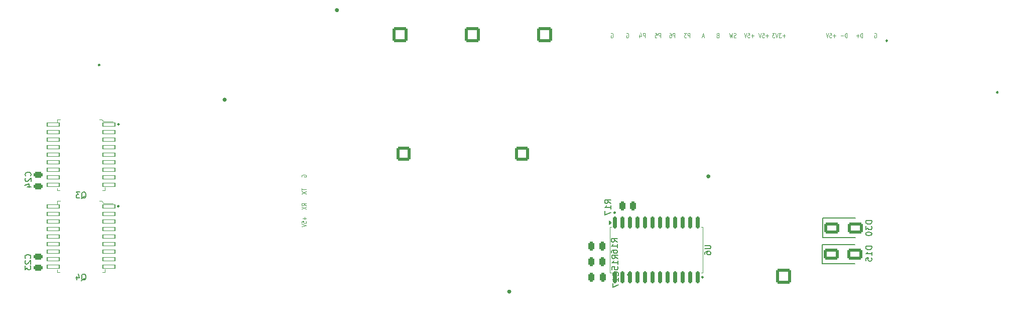
<source format=gbr>
%TF.GenerationSoftware,KiCad,Pcbnew,9.0.5*%
%TF.CreationDate,2025-10-18T22:02:24+01:00*%
%TF.ProjectId,Smart Home Energy Management System,536d6172-7420-4486-9f6d-6520456e6572,rev?*%
%TF.SameCoordinates,Original*%
%TF.FileFunction,Legend,Bot*%
%TF.FilePolarity,Positive*%
%FSLAX46Y46*%
G04 Gerber Fmt 4.6, Leading zero omitted, Abs format (unit mm)*
G04 Created by KiCad (PCBNEW 9.0.5) date 2025-10-18 22:02:24*
%MOMM*%
%LPD*%
G01*
G04 APERTURE LIST*
G04 Aperture macros list*
%AMRoundRect*
0 Rectangle with rounded corners*
0 $1 Rounding radius*
0 $2 $3 $4 $5 $6 $7 $8 $9 X,Y pos of 4 corners*
0 Add a 4 corners polygon primitive as box body*
4,1,4,$2,$3,$4,$5,$6,$7,$8,$9,$2,$3,0*
0 Add four circle primitives for the rounded corners*
1,1,$1+$1,$2,$3*
1,1,$1+$1,$4,$5*
1,1,$1+$1,$6,$7*
1,1,$1+$1,$8,$9*
0 Add four rect primitives between the rounded corners*
20,1,$1+$1,$2,$3,$4,$5,0*
20,1,$1+$1,$4,$5,$6,$7,0*
20,1,$1+$1,$6,$7,$8,$9,0*
20,1,$1+$1,$8,$9,$2,$3,0*%
G04 Aperture macros list end*
%ADD10C,0.364035*%
%ADD11C,0.125000*%
%ADD12C,0.150000*%
%ADD13C,0.224018*%
%ADD14C,0.100000*%
%ADD15C,0.120000*%
%ADD16C,3.000000*%
%ADD17RoundRect,0.500000X0.500000X-0.500000X0.500000X0.500000X-0.500000X0.500000X-0.500000X-0.500000X0*%
%ADD18C,2.000000*%
%ADD19C,0.500000*%
%ADD20R,1.800000X1.800000*%
%ADD21C,1.800000*%
%ADD22R,1.700000X1.700000*%
%ADD23C,1.700000*%
%ADD24C,6.400000*%
%ADD25C,2.400000*%
%ADD26C,10.000000*%
%ADD27C,1.600000*%
%ADD28RoundRect,0.250000X1.050000X1.050000X-1.050000X1.050000X-1.050000X-1.050000X1.050000X-1.050000X0*%
%ADD29C,2.600000*%
%ADD30R,3.200000X3.200000*%
%ADD31C,3.200000*%
%ADD32RoundRect,0.250001X-0.949999X-0.949999X0.949999X-0.949999X0.949999X0.949999X-0.949999X0.949999X0*%
%ADD33RoundRect,0.250001X1.149999X-1.149999X1.149999X1.149999X-1.149999X1.149999X-1.149999X-1.149999X0*%
%ADD34C,2.800000*%
%ADD35C,8.000000*%
%ADD36C,1.440000*%
%ADD37C,4.000000*%
%ADD38RoundRect,0.250000X1.000000X-1.000000X1.000000X1.000000X-1.000000X1.000000X-1.000000X-1.000000X0*%
%ADD39C,0.600000*%
%ADD40RoundRect,0.269000X0.269000X0.494000X-0.269000X0.494000X-0.269000X-0.494000X0.269000X-0.494000X0*%
%ADD41RoundRect,0.269000X0.494000X-0.269000X0.494000X0.269000X-0.494000X0.269000X-0.494000X-0.269000X0*%
%ADD42RoundRect,0.267317X0.280683X0.470683X-0.280683X0.470683X-0.280683X-0.470683X0.280683X-0.470683X0*%
%ADD43RoundRect,0.260556X-1.027444X-0.677444X1.027444X-0.677444X1.027444X0.677444X-1.027444X0.677444X0*%
%ADD44RoundRect,0.070000X-1.000000X0.300000X-1.000000X-0.300000X1.000000X-0.300000X1.000000X0.300000X0*%
%ADD45RoundRect,0.267317X-0.280683X-0.470683X0.280683X-0.470683X0.280683X0.470683X-0.280683X0.470683X0*%
%ADD46RoundRect,0.150000X-0.150000X0.875000X-0.150000X-0.875000X0.150000X-0.875000X0.150000X0.875000X0*%
G04 APERTURE END LIST*
D10*
X198882017Y-53800000D02*
G75*
G02*
X198517983Y-53800000I-182017J0D01*
G01*
X198517983Y-53800000D02*
G75*
G02*
X198882017Y-53800000I182017J0D01*
G01*
X117302017Y-40875000D02*
G75*
G02*
X116937983Y-40875000I-182017J0D01*
G01*
X116937983Y-40875000D02*
G75*
G02*
X117302017Y-40875000I182017J0D01*
G01*
X188682017Y-78000000D02*
G75*
G02*
X188317983Y-78000000I-182017J0D01*
G01*
X188317983Y-78000000D02*
G75*
G02*
X188682017Y-78000000I182017J0D01*
G01*
X165296052Y-73225000D02*
G75*
G02*
X164932018Y-73225000I-182017J0D01*
G01*
X164932018Y-73225000D02*
G75*
G02*
X165296052Y-73225000I182017J0D01*
G01*
X136232017Y-25775000D02*
G75*
G02*
X135867983Y-25775000I-182017J0D01*
G01*
X135867983Y-25775000D02*
G75*
G02*
X136232017Y-25775000I182017J0D01*
G01*
D11*
X187984906Y-30420595D02*
X187984906Y-29620595D01*
X187984906Y-29620595D02*
X187756335Y-29620595D01*
X187756335Y-29620595D02*
X187699192Y-29658690D01*
X187699192Y-29658690D02*
X187670621Y-29696785D01*
X187670621Y-29696785D02*
X187642049Y-29772976D01*
X187642049Y-29772976D02*
X187642049Y-29887261D01*
X187642049Y-29887261D02*
X187670621Y-29963452D01*
X187670621Y-29963452D02*
X187699192Y-30001547D01*
X187699192Y-30001547D02*
X187756335Y-30039642D01*
X187756335Y-30039642D02*
X187984906Y-30039642D01*
X187127764Y-29887261D02*
X187127764Y-30420595D01*
X187270621Y-29582500D02*
X187413478Y-30153928D01*
X187413478Y-30153928D02*
X187042049Y-30153928D01*
X182280621Y-29658690D02*
X182337764Y-29620595D01*
X182337764Y-29620595D02*
X182423478Y-29620595D01*
X182423478Y-29620595D02*
X182509192Y-29658690D01*
X182509192Y-29658690D02*
X182566335Y-29734880D01*
X182566335Y-29734880D02*
X182594906Y-29811071D01*
X182594906Y-29811071D02*
X182623478Y-29963452D01*
X182623478Y-29963452D02*
X182623478Y-30077738D01*
X182623478Y-30077738D02*
X182594906Y-30230119D01*
X182594906Y-30230119D02*
X182566335Y-30306309D01*
X182566335Y-30306309D02*
X182509192Y-30382500D01*
X182509192Y-30382500D02*
X182423478Y-30420595D01*
X182423478Y-30420595D02*
X182366335Y-30420595D01*
X182366335Y-30420595D02*
X182280621Y-30382500D01*
X182280621Y-30382500D02*
X182252049Y-30344404D01*
X182252049Y-30344404D02*
X182252049Y-30077738D01*
X182252049Y-30077738D02*
X182366335Y-30077738D01*
X193054906Y-30420595D02*
X193054906Y-29620595D01*
X193054906Y-29620595D02*
X192826335Y-29620595D01*
X192826335Y-29620595D02*
X192769192Y-29658690D01*
X192769192Y-29658690D02*
X192740621Y-29696785D01*
X192740621Y-29696785D02*
X192712049Y-29772976D01*
X192712049Y-29772976D02*
X192712049Y-29887261D01*
X192712049Y-29887261D02*
X192740621Y-29963452D01*
X192740621Y-29963452D02*
X192769192Y-30001547D01*
X192769192Y-30001547D02*
X192826335Y-30039642D01*
X192826335Y-30039642D02*
X193054906Y-30039642D01*
X192197764Y-29620595D02*
X192312049Y-29620595D01*
X192312049Y-29620595D02*
X192369192Y-29658690D01*
X192369192Y-29658690D02*
X192397764Y-29696785D01*
X192397764Y-29696785D02*
X192454906Y-29811071D01*
X192454906Y-29811071D02*
X192483478Y-29963452D01*
X192483478Y-29963452D02*
X192483478Y-30268214D01*
X192483478Y-30268214D02*
X192454906Y-30344404D01*
X192454906Y-30344404D02*
X192426335Y-30382500D01*
X192426335Y-30382500D02*
X192369192Y-30420595D01*
X192369192Y-30420595D02*
X192254906Y-30420595D01*
X192254906Y-30420595D02*
X192197764Y-30382500D01*
X192197764Y-30382500D02*
X192169192Y-30344404D01*
X192169192Y-30344404D02*
X192140621Y-30268214D01*
X192140621Y-30268214D02*
X192140621Y-30077738D01*
X192140621Y-30077738D02*
X192169192Y-30001547D01*
X192169192Y-30001547D02*
X192197764Y-29963452D01*
X192197764Y-29963452D02*
X192254906Y-29925357D01*
X192254906Y-29925357D02*
X192369192Y-29925357D01*
X192369192Y-29925357D02*
X192426335Y-29963452D01*
X192426335Y-29963452D02*
X192454906Y-30001547D01*
X192454906Y-30001547D02*
X192483478Y-30077738D01*
X130590833Y-60625093D02*
X130590833Y-61082236D01*
X130895595Y-60853664D02*
X130286071Y-60853664D01*
X130095595Y-61653664D02*
X130095595Y-61367950D01*
X130095595Y-61367950D02*
X130476547Y-61339378D01*
X130476547Y-61339378D02*
X130438452Y-61367950D01*
X130438452Y-61367950D02*
X130400357Y-61425093D01*
X130400357Y-61425093D02*
X130400357Y-61567950D01*
X130400357Y-61567950D02*
X130438452Y-61625093D01*
X130438452Y-61625093D02*
X130476547Y-61653664D01*
X130476547Y-61653664D02*
X130552738Y-61682235D01*
X130552738Y-61682235D02*
X130743214Y-61682235D01*
X130743214Y-61682235D02*
X130819404Y-61653664D01*
X130819404Y-61653664D02*
X130857500Y-61625093D01*
X130857500Y-61625093D02*
X130895595Y-61567950D01*
X130895595Y-61567950D02*
X130895595Y-61425093D01*
X130895595Y-61425093D02*
X130857500Y-61367950D01*
X130857500Y-61367950D02*
X130819404Y-61339378D01*
X130095595Y-61853664D02*
X130895595Y-62053664D01*
X130895595Y-62053664D02*
X130095595Y-62253664D01*
X208824906Y-30115833D02*
X208367764Y-30115833D01*
X208596335Y-30420595D02*
X208596335Y-29811071D01*
X207796335Y-29620595D02*
X208082049Y-29620595D01*
X208082049Y-29620595D02*
X208110621Y-30001547D01*
X208110621Y-30001547D02*
X208082049Y-29963452D01*
X208082049Y-29963452D02*
X208024907Y-29925357D01*
X208024907Y-29925357D02*
X207882049Y-29925357D01*
X207882049Y-29925357D02*
X207824907Y-29963452D01*
X207824907Y-29963452D02*
X207796335Y-30001547D01*
X207796335Y-30001547D02*
X207767764Y-30077738D01*
X207767764Y-30077738D02*
X207767764Y-30268214D01*
X207767764Y-30268214D02*
X207796335Y-30344404D01*
X207796335Y-30344404D02*
X207824907Y-30382500D01*
X207824907Y-30382500D02*
X207882049Y-30420595D01*
X207882049Y-30420595D02*
X208024907Y-30420595D01*
X208024907Y-30420595D02*
X208082049Y-30382500D01*
X208082049Y-30382500D02*
X208110621Y-30344404D01*
X207596335Y-29620595D02*
X207396335Y-30420595D01*
X207396335Y-30420595D02*
X207196335Y-29620595D01*
X226740621Y-29658690D02*
X226797764Y-29620595D01*
X226797764Y-29620595D02*
X226883478Y-29620595D01*
X226883478Y-29620595D02*
X226969192Y-29658690D01*
X226969192Y-29658690D02*
X227026335Y-29734880D01*
X227026335Y-29734880D02*
X227054906Y-29811071D01*
X227054906Y-29811071D02*
X227083478Y-29963452D01*
X227083478Y-29963452D02*
X227083478Y-30077738D01*
X227083478Y-30077738D02*
X227054906Y-30230119D01*
X227054906Y-30230119D02*
X227026335Y-30306309D01*
X227026335Y-30306309D02*
X226969192Y-30382500D01*
X226969192Y-30382500D02*
X226883478Y-30420595D01*
X226883478Y-30420595D02*
X226826335Y-30420595D01*
X226826335Y-30420595D02*
X226740621Y-30382500D01*
X226740621Y-30382500D02*
X226712049Y-30344404D01*
X226712049Y-30344404D02*
X226712049Y-30077738D01*
X226712049Y-30077738D02*
X226826335Y-30077738D01*
X211664906Y-30115833D02*
X211207764Y-30115833D01*
X211436335Y-30420595D02*
X211436335Y-29811071D01*
X210979192Y-29620595D02*
X210607764Y-29620595D01*
X210607764Y-29620595D02*
X210807764Y-29925357D01*
X210807764Y-29925357D02*
X210722049Y-29925357D01*
X210722049Y-29925357D02*
X210664907Y-29963452D01*
X210664907Y-29963452D02*
X210636335Y-30001547D01*
X210636335Y-30001547D02*
X210607764Y-30077738D01*
X210607764Y-30077738D02*
X210607764Y-30268214D01*
X210607764Y-30268214D02*
X210636335Y-30344404D01*
X210636335Y-30344404D02*
X210664907Y-30382500D01*
X210664907Y-30382500D02*
X210722049Y-30420595D01*
X210722049Y-30420595D02*
X210893478Y-30420595D01*
X210893478Y-30420595D02*
X210950621Y-30382500D01*
X210950621Y-30382500D02*
X210979192Y-30344404D01*
X210436335Y-29620595D02*
X210236335Y-30420595D01*
X210236335Y-30420595D02*
X210036335Y-29620595D01*
X209893477Y-29620595D02*
X209522049Y-29620595D01*
X209522049Y-29620595D02*
X209722049Y-29925357D01*
X209722049Y-29925357D02*
X209636334Y-29925357D01*
X209636334Y-29925357D02*
X209579192Y-29963452D01*
X209579192Y-29963452D02*
X209550620Y-30001547D01*
X209550620Y-30001547D02*
X209522049Y-30077738D01*
X209522049Y-30077738D02*
X209522049Y-30268214D01*
X209522049Y-30268214D02*
X209550620Y-30344404D01*
X209550620Y-30344404D02*
X209579192Y-30382500D01*
X209579192Y-30382500D02*
X209636334Y-30420595D01*
X209636334Y-30420595D02*
X209807763Y-30420595D01*
X209807763Y-30420595D02*
X209864906Y-30382500D01*
X209864906Y-30382500D02*
X209893477Y-30344404D01*
X130895595Y-58707950D02*
X130514642Y-58507950D01*
X130895595Y-58365093D02*
X130095595Y-58365093D01*
X130095595Y-58365093D02*
X130095595Y-58593664D01*
X130095595Y-58593664D02*
X130133690Y-58650807D01*
X130133690Y-58650807D02*
X130171785Y-58679378D01*
X130171785Y-58679378D02*
X130247976Y-58707950D01*
X130247976Y-58707950D02*
X130362261Y-58707950D01*
X130362261Y-58707950D02*
X130438452Y-58679378D01*
X130438452Y-58679378D02*
X130476547Y-58650807D01*
X130476547Y-58650807D02*
X130514642Y-58593664D01*
X130514642Y-58593664D02*
X130514642Y-58365093D01*
X130095595Y-58907950D02*
X130895595Y-59307950D01*
X130095595Y-59307950D02*
X130895595Y-58907950D01*
X200234906Y-30001547D02*
X200149192Y-30039642D01*
X200149192Y-30039642D02*
X200120621Y-30077738D01*
X200120621Y-30077738D02*
X200092049Y-30153928D01*
X200092049Y-30153928D02*
X200092049Y-30268214D01*
X200092049Y-30268214D02*
X200120621Y-30344404D01*
X200120621Y-30344404D02*
X200149192Y-30382500D01*
X200149192Y-30382500D02*
X200206335Y-30420595D01*
X200206335Y-30420595D02*
X200434906Y-30420595D01*
X200434906Y-30420595D02*
X200434906Y-29620595D01*
X200434906Y-29620595D02*
X200234906Y-29620595D01*
X200234906Y-29620595D02*
X200177764Y-29658690D01*
X200177764Y-29658690D02*
X200149192Y-29696785D01*
X200149192Y-29696785D02*
X200120621Y-29772976D01*
X200120621Y-29772976D02*
X200120621Y-29849166D01*
X200120621Y-29849166D02*
X200149192Y-29925357D01*
X200149192Y-29925357D02*
X200177764Y-29963452D01*
X200177764Y-29963452D02*
X200234906Y-30001547D01*
X200234906Y-30001547D02*
X200434906Y-30001547D01*
X220174906Y-30115833D02*
X219717764Y-30115833D01*
X219946335Y-30420595D02*
X219946335Y-29811071D01*
X219146335Y-29620595D02*
X219432049Y-29620595D01*
X219432049Y-29620595D02*
X219460621Y-30001547D01*
X219460621Y-30001547D02*
X219432049Y-29963452D01*
X219432049Y-29963452D02*
X219374907Y-29925357D01*
X219374907Y-29925357D02*
X219232049Y-29925357D01*
X219232049Y-29925357D02*
X219174907Y-29963452D01*
X219174907Y-29963452D02*
X219146335Y-30001547D01*
X219146335Y-30001547D02*
X219117764Y-30077738D01*
X219117764Y-30077738D02*
X219117764Y-30268214D01*
X219117764Y-30268214D02*
X219146335Y-30344404D01*
X219146335Y-30344404D02*
X219174907Y-30382500D01*
X219174907Y-30382500D02*
X219232049Y-30420595D01*
X219232049Y-30420595D02*
X219374907Y-30420595D01*
X219374907Y-30420595D02*
X219432049Y-30382500D01*
X219432049Y-30382500D02*
X219460621Y-30344404D01*
X218946335Y-29620595D02*
X218746335Y-30420595D01*
X218746335Y-30420595D02*
X218546335Y-29620595D01*
X203333478Y-30382500D02*
X203247764Y-30420595D01*
X203247764Y-30420595D02*
X203104906Y-30420595D01*
X203104906Y-30420595D02*
X203047764Y-30382500D01*
X203047764Y-30382500D02*
X203019192Y-30344404D01*
X203019192Y-30344404D02*
X202990621Y-30268214D01*
X202990621Y-30268214D02*
X202990621Y-30192023D01*
X202990621Y-30192023D02*
X203019192Y-30115833D01*
X203019192Y-30115833D02*
X203047764Y-30077738D01*
X203047764Y-30077738D02*
X203104906Y-30039642D01*
X203104906Y-30039642D02*
X203219192Y-30001547D01*
X203219192Y-30001547D02*
X203276335Y-29963452D01*
X203276335Y-29963452D02*
X203304906Y-29925357D01*
X203304906Y-29925357D02*
X203333478Y-29849166D01*
X203333478Y-29849166D02*
X203333478Y-29772976D01*
X203333478Y-29772976D02*
X203304906Y-29696785D01*
X203304906Y-29696785D02*
X203276335Y-29658690D01*
X203276335Y-29658690D02*
X203219192Y-29620595D01*
X203219192Y-29620595D02*
X203076335Y-29620595D01*
X203076335Y-29620595D02*
X202990621Y-29658690D01*
X202790620Y-29620595D02*
X202647763Y-30420595D01*
X202647763Y-30420595D02*
X202533477Y-29849166D01*
X202533477Y-29849166D02*
X202419192Y-30420595D01*
X202419192Y-30420595D02*
X202276335Y-29620595D01*
X130095595Y-55819378D02*
X130095595Y-56162236D01*
X130895595Y-55990807D02*
X130095595Y-55990807D01*
X130095595Y-56305093D02*
X130895595Y-56705093D01*
X130095595Y-56705093D02*
X130895595Y-56305093D01*
X190604906Y-30420595D02*
X190604906Y-29620595D01*
X190604906Y-29620595D02*
X190376335Y-29620595D01*
X190376335Y-29620595D02*
X190319192Y-29658690D01*
X190319192Y-29658690D02*
X190290621Y-29696785D01*
X190290621Y-29696785D02*
X190262049Y-29772976D01*
X190262049Y-29772976D02*
X190262049Y-29887261D01*
X190262049Y-29887261D02*
X190290621Y-29963452D01*
X190290621Y-29963452D02*
X190319192Y-30001547D01*
X190319192Y-30001547D02*
X190376335Y-30039642D01*
X190376335Y-30039642D02*
X190604906Y-30039642D01*
X189719192Y-29620595D02*
X190004906Y-29620595D01*
X190004906Y-29620595D02*
X190033478Y-30001547D01*
X190033478Y-30001547D02*
X190004906Y-29963452D01*
X190004906Y-29963452D02*
X189947764Y-29925357D01*
X189947764Y-29925357D02*
X189804906Y-29925357D01*
X189804906Y-29925357D02*
X189747764Y-29963452D01*
X189747764Y-29963452D02*
X189719192Y-30001547D01*
X189719192Y-30001547D02*
X189690621Y-30077738D01*
X189690621Y-30077738D02*
X189690621Y-30268214D01*
X189690621Y-30268214D02*
X189719192Y-30344404D01*
X189719192Y-30344404D02*
X189747764Y-30382500D01*
X189747764Y-30382500D02*
X189804906Y-30420595D01*
X189804906Y-30420595D02*
X189947764Y-30420595D01*
X189947764Y-30420595D02*
X190004906Y-30382500D01*
X190004906Y-30382500D02*
X190033478Y-30344404D01*
X224714906Y-30420595D02*
X224714906Y-29620595D01*
X224714906Y-29620595D02*
X224572049Y-29620595D01*
X224572049Y-29620595D02*
X224486335Y-29658690D01*
X224486335Y-29658690D02*
X224429192Y-29734880D01*
X224429192Y-29734880D02*
X224400621Y-29811071D01*
X224400621Y-29811071D02*
X224372049Y-29963452D01*
X224372049Y-29963452D02*
X224372049Y-30077738D01*
X224372049Y-30077738D02*
X224400621Y-30230119D01*
X224400621Y-30230119D02*
X224429192Y-30306309D01*
X224429192Y-30306309D02*
X224486335Y-30382500D01*
X224486335Y-30382500D02*
X224572049Y-30420595D01*
X224572049Y-30420595D02*
X224714906Y-30420595D01*
X224114906Y-30115833D02*
X223657764Y-30115833D01*
X223886335Y-30420595D02*
X223886335Y-29811071D01*
X206384906Y-30115833D02*
X205927764Y-30115833D01*
X206156335Y-30420595D02*
X206156335Y-29811071D01*
X205356335Y-29620595D02*
X205642049Y-29620595D01*
X205642049Y-29620595D02*
X205670621Y-30001547D01*
X205670621Y-30001547D02*
X205642049Y-29963452D01*
X205642049Y-29963452D02*
X205584907Y-29925357D01*
X205584907Y-29925357D02*
X205442049Y-29925357D01*
X205442049Y-29925357D02*
X205384907Y-29963452D01*
X205384907Y-29963452D02*
X205356335Y-30001547D01*
X205356335Y-30001547D02*
X205327764Y-30077738D01*
X205327764Y-30077738D02*
X205327764Y-30268214D01*
X205327764Y-30268214D02*
X205356335Y-30344404D01*
X205356335Y-30344404D02*
X205384907Y-30382500D01*
X205384907Y-30382500D02*
X205442049Y-30420595D01*
X205442049Y-30420595D02*
X205584907Y-30420595D01*
X205584907Y-30420595D02*
X205642049Y-30382500D01*
X205642049Y-30382500D02*
X205670621Y-30344404D01*
X205156335Y-29620595D02*
X204956335Y-30420595D01*
X204956335Y-30420595D02*
X204756335Y-29620595D01*
X184890621Y-29658690D02*
X184947764Y-29620595D01*
X184947764Y-29620595D02*
X185033478Y-29620595D01*
X185033478Y-29620595D02*
X185119192Y-29658690D01*
X185119192Y-29658690D02*
X185176335Y-29734880D01*
X185176335Y-29734880D02*
X185204906Y-29811071D01*
X185204906Y-29811071D02*
X185233478Y-29963452D01*
X185233478Y-29963452D02*
X185233478Y-30077738D01*
X185233478Y-30077738D02*
X185204906Y-30230119D01*
X185204906Y-30230119D02*
X185176335Y-30306309D01*
X185176335Y-30306309D02*
X185119192Y-30382500D01*
X185119192Y-30382500D02*
X185033478Y-30420595D01*
X185033478Y-30420595D02*
X184976335Y-30420595D01*
X184976335Y-30420595D02*
X184890621Y-30382500D01*
X184890621Y-30382500D02*
X184862049Y-30344404D01*
X184862049Y-30344404D02*
X184862049Y-30077738D01*
X184862049Y-30077738D02*
X184976335Y-30077738D01*
X197943478Y-30192023D02*
X197657764Y-30192023D01*
X198000621Y-30420595D02*
X197800621Y-29620595D01*
X197800621Y-29620595D02*
X197600621Y-30420595D01*
X130133690Y-53869378D02*
X130095595Y-53812236D01*
X130095595Y-53812236D02*
X130095595Y-53726521D01*
X130095595Y-53726521D02*
X130133690Y-53640807D01*
X130133690Y-53640807D02*
X130209880Y-53583664D01*
X130209880Y-53583664D02*
X130286071Y-53555093D01*
X130286071Y-53555093D02*
X130438452Y-53526521D01*
X130438452Y-53526521D02*
X130552738Y-53526521D01*
X130552738Y-53526521D02*
X130705119Y-53555093D01*
X130705119Y-53555093D02*
X130781309Y-53583664D01*
X130781309Y-53583664D02*
X130857500Y-53640807D01*
X130857500Y-53640807D02*
X130895595Y-53726521D01*
X130895595Y-53726521D02*
X130895595Y-53783664D01*
X130895595Y-53783664D02*
X130857500Y-53869378D01*
X130857500Y-53869378D02*
X130819404Y-53897950D01*
X130819404Y-53897950D02*
X130552738Y-53897950D01*
X130552738Y-53897950D02*
X130552738Y-53783664D01*
X195564906Y-30420595D02*
X195564906Y-29620595D01*
X195564906Y-29620595D02*
X195336335Y-29620595D01*
X195336335Y-29620595D02*
X195279192Y-29658690D01*
X195279192Y-29658690D02*
X195250621Y-29696785D01*
X195250621Y-29696785D02*
X195222049Y-29772976D01*
X195222049Y-29772976D02*
X195222049Y-29887261D01*
X195222049Y-29887261D02*
X195250621Y-29963452D01*
X195250621Y-29963452D02*
X195279192Y-30001547D01*
X195279192Y-30001547D02*
X195336335Y-30039642D01*
X195336335Y-30039642D02*
X195564906Y-30039642D01*
X195022049Y-29620595D02*
X194650621Y-29620595D01*
X194650621Y-29620595D02*
X194850621Y-29925357D01*
X194850621Y-29925357D02*
X194764906Y-29925357D01*
X194764906Y-29925357D02*
X194707764Y-29963452D01*
X194707764Y-29963452D02*
X194679192Y-30001547D01*
X194679192Y-30001547D02*
X194650621Y-30077738D01*
X194650621Y-30077738D02*
X194650621Y-30268214D01*
X194650621Y-30268214D02*
X194679192Y-30344404D01*
X194679192Y-30344404D02*
X194707764Y-30382500D01*
X194707764Y-30382500D02*
X194764906Y-30420595D01*
X194764906Y-30420595D02*
X194936335Y-30420595D01*
X194936335Y-30420595D02*
X194993478Y-30382500D01*
X194993478Y-30382500D02*
X195022049Y-30344404D01*
X222074906Y-30420595D02*
X222074906Y-29620595D01*
X222074906Y-29620595D02*
X221932049Y-29620595D01*
X221932049Y-29620595D02*
X221846335Y-29658690D01*
X221846335Y-29658690D02*
X221789192Y-29734880D01*
X221789192Y-29734880D02*
X221760621Y-29811071D01*
X221760621Y-29811071D02*
X221732049Y-29963452D01*
X221732049Y-29963452D02*
X221732049Y-30077738D01*
X221732049Y-30077738D02*
X221760621Y-30230119D01*
X221760621Y-30230119D02*
X221789192Y-30306309D01*
X221789192Y-30306309D02*
X221846335Y-30382500D01*
X221846335Y-30382500D02*
X221932049Y-30420595D01*
X221932049Y-30420595D02*
X222074906Y-30420595D01*
X221474906Y-30115833D02*
X221017764Y-30115833D01*
D12*
X183469580Y-70517142D02*
X183517200Y-70469523D01*
X183517200Y-70469523D02*
X183564819Y-70326666D01*
X183564819Y-70326666D02*
X183564819Y-70231428D01*
X183564819Y-70231428D02*
X183517200Y-70088571D01*
X183517200Y-70088571D02*
X183421961Y-69993333D01*
X183421961Y-69993333D02*
X183326723Y-69945714D01*
X183326723Y-69945714D02*
X183136247Y-69898095D01*
X183136247Y-69898095D02*
X182993390Y-69898095D01*
X182993390Y-69898095D02*
X182802914Y-69945714D01*
X182802914Y-69945714D02*
X182707676Y-69993333D01*
X182707676Y-69993333D02*
X182612438Y-70088571D01*
X182612438Y-70088571D02*
X182564819Y-70231428D01*
X182564819Y-70231428D02*
X182564819Y-70326666D01*
X182564819Y-70326666D02*
X182612438Y-70469523D01*
X182612438Y-70469523D02*
X182660057Y-70517142D01*
X183564819Y-71469523D02*
X183564819Y-70898095D01*
X183564819Y-71183809D02*
X182564819Y-71183809D01*
X182564819Y-71183809D02*
X182707676Y-71088571D01*
X182707676Y-71088571D02*
X182802914Y-70993333D01*
X182802914Y-70993333D02*
X182850533Y-70898095D01*
X182564819Y-71802857D02*
X182564819Y-72469523D01*
X182564819Y-72469523D02*
X183564819Y-72040952D01*
X84334580Y-67607142D02*
X84382200Y-67559523D01*
X84382200Y-67559523D02*
X84429819Y-67416666D01*
X84429819Y-67416666D02*
X84429819Y-67321428D01*
X84429819Y-67321428D02*
X84382200Y-67178571D01*
X84382200Y-67178571D02*
X84286961Y-67083333D01*
X84286961Y-67083333D02*
X84191723Y-67035714D01*
X84191723Y-67035714D02*
X84001247Y-66988095D01*
X84001247Y-66988095D02*
X83858390Y-66988095D01*
X83858390Y-66988095D02*
X83667914Y-67035714D01*
X83667914Y-67035714D02*
X83572676Y-67083333D01*
X83572676Y-67083333D02*
X83477438Y-67178571D01*
X83477438Y-67178571D02*
X83429819Y-67321428D01*
X83429819Y-67321428D02*
X83429819Y-67416666D01*
X83429819Y-67416666D02*
X83477438Y-67559523D01*
X83477438Y-67559523D02*
X83525057Y-67607142D01*
X83525057Y-67988095D02*
X83477438Y-68035714D01*
X83477438Y-68035714D02*
X83429819Y-68130952D01*
X83429819Y-68130952D02*
X83429819Y-68369047D01*
X83429819Y-68369047D02*
X83477438Y-68464285D01*
X83477438Y-68464285D02*
X83525057Y-68511904D01*
X83525057Y-68511904D02*
X83620295Y-68559523D01*
X83620295Y-68559523D02*
X83715533Y-68559523D01*
X83715533Y-68559523D02*
X83858390Y-68511904D01*
X83858390Y-68511904D02*
X84429819Y-67940476D01*
X84429819Y-67940476D02*
X84429819Y-68559523D01*
X83429819Y-68892857D02*
X83429819Y-69511904D01*
X83429819Y-69511904D02*
X83810771Y-69178571D01*
X83810771Y-69178571D02*
X83810771Y-69321428D01*
X83810771Y-69321428D02*
X83858390Y-69416666D01*
X83858390Y-69416666D02*
X83906009Y-69464285D01*
X83906009Y-69464285D02*
X84001247Y-69511904D01*
X84001247Y-69511904D02*
X84239342Y-69511904D01*
X84239342Y-69511904D02*
X84334580Y-69464285D01*
X84334580Y-69464285D02*
X84382200Y-69416666D01*
X84382200Y-69416666D02*
X84429819Y-69321428D01*
X84429819Y-69321428D02*
X84429819Y-69035714D01*
X84429819Y-69035714D02*
X84382200Y-68940476D01*
X84382200Y-68940476D02*
X84334580Y-68892857D01*
X183444819Y-67657142D02*
X182968628Y-67323809D01*
X183444819Y-67085714D02*
X182444819Y-67085714D01*
X182444819Y-67085714D02*
X182444819Y-67466666D01*
X182444819Y-67466666D02*
X182492438Y-67561904D01*
X182492438Y-67561904D02*
X182540057Y-67609523D01*
X182540057Y-67609523D02*
X182635295Y-67657142D01*
X182635295Y-67657142D02*
X182778152Y-67657142D01*
X182778152Y-67657142D02*
X182873390Y-67609523D01*
X182873390Y-67609523D02*
X182921009Y-67561904D01*
X182921009Y-67561904D02*
X182968628Y-67466666D01*
X182968628Y-67466666D02*
X182968628Y-67085714D01*
X183444819Y-68609523D02*
X183444819Y-68038095D01*
X183444819Y-68323809D02*
X182444819Y-68323809D01*
X182444819Y-68323809D02*
X182587676Y-68228571D01*
X182587676Y-68228571D02*
X182682914Y-68133333D01*
X182682914Y-68133333D02*
X182730533Y-68038095D01*
X182444819Y-69514285D02*
X182444819Y-69038095D01*
X182444819Y-69038095D02*
X182921009Y-68990476D01*
X182921009Y-68990476D02*
X182873390Y-69038095D01*
X182873390Y-69038095D02*
X182825771Y-69133333D01*
X182825771Y-69133333D02*
X182825771Y-69371428D01*
X182825771Y-69371428D02*
X182873390Y-69466666D01*
X182873390Y-69466666D02*
X182921009Y-69514285D01*
X182921009Y-69514285D02*
X183016247Y-69561904D01*
X183016247Y-69561904D02*
X183254342Y-69561904D01*
X183254342Y-69561904D02*
X183349580Y-69514285D01*
X183349580Y-69514285D02*
X183397200Y-69466666D01*
X183397200Y-69466666D02*
X183444819Y-69371428D01*
X183444819Y-69371428D02*
X183444819Y-69133333D01*
X183444819Y-69133333D02*
X183397200Y-69038095D01*
X183397200Y-69038095D02*
X183349580Y-68990476D01*
X226260819Y-61269714D02*
X225260819Y-61269714D01*
X225260819Y-61269714D02*
X225260819Y-61507809D01*
X225260819Y-61507809D02*
X225308438Y-61650666D01*
X225308438Y-61650666D02*
X225403676Y-61745904D01*
X225403676Y-61745904D02*
X225498914Y-61793523D01*
X225498914Y-61793523D02*
X225689390Y-61841142D01*
X225689390Y-61841142D02*
X225832247Y-61841142D01*
X225832247Y-61841142D02*
X226022723Y-61793523D01*
X226022723Y-61793523D02*
X226117961Y-61745904D01*
X226117961Y-61745904D02*
X226213200Y-61650666D01*
X226213200Y-61650666D02*
X226260819Y-61507809D01*
X226260819Y-61507809D02*
X226260819Y-61269714D01*
X225260819Y-62174476D02*
X225260819Y-62793523D01*
X225260819Y-62793523D02*
X225641771Y-62460190D01*
X225641771Y-62460190D02*
X225641771Y-62603047D01*
X225641771Y-62603047D02*
X225689390Y-62698285D01*
X225689390Y-62698285D02*
X225737009Y-62745904D01*
X225737009Y-62745904D02*
X225832247Y-62793523D01*
X225832247Y-62793523D02*
X226070342Y-62793523D01*
X226070342Y-62793523D02*
X226165580Y-62745904D01*
X226165580Y-62745904D02*
X226213200Y-62698285D01*
X226213200Y-62698285D02*
X226260819Y-62603047D01*
X226260819Y-62603047D02*
X226260819Y-62317333D01*
X226260819Y-62317333D02*
X226213200Y-62222095D01*
X226213200Y-62222095D02*
X226165580Y-62174476D01*
X225260819Y-63412571D02*
X225260819Y-63507809D01*
X225260819Y-63507809D02*
X225308438Y-63603047D01*
X225308438Y-63603047D02*
X225356057Y-63650666D01*
X225356057Y-63650666D02*
X225451295Y-63698285D01*
X225451295Y-63698285D02*
X225641771Y-63745904D01*
X225641771Y-63745904D02*
X225879866Y-63745904D01*
X225879866Y-63745904D02*
X226070342Y-63698285D01*
X226070342Y-63698285D02*
X226165580Y-63650666D01*
X226165580Y-63650666D02*
X226213200Y-63603047D01*
X226213200Y-63603047D02*
X226260819Y-63507809D01*
X226260819Y-63507809D02*
X226260819Y-63412571D01*
X226260819Y-63412571D02*
X226213200Y-63317333D01*
X226213200Y-63317333D02*
X226165580Y-63269714D01*
X226165580Y-63269714D02*
X226070342Y-63222095D01*
X226070342Y-63222095D02*
X225879866Y-63174476D01*
X225879866Y-63174476D02*
X225641771Y-63174476D01*
X225641771Y-63174476D02*
X225451295Y-63222095D01*
X225451295Y-63222095D02*
X225356057Y-63269714D01*
X225356057Y-63269714D02*
X225308438Y-63317333D01*
X225308438Y-63317333D02*
X225260819Y-63412571D01*
X92970238Y-71350057D02*
X93065476Y-71302438D01*
X93065476Y-71302438D02*
X93160714Y-71207200D01*
X93160714Y-71207200D02*
X93303571Y-71064342D01*
X93303571Y-71064342D02*
X93398809Y-71016723D01*
X93398809Y-71016723D02*
X93494047Y-71016723D01*
X93446428Y-71254819D02*
X93541666Y-71207200D01*
X93541666Y-71207200D02*
X93636904Y-71111961D01*
X93636904Y-71111961D02*
X93684523Y-70921485D01*
X93684523Y-70921485D02*
X93684523Y-70588152D01*
X93684523Y-70588152D02*
X93636904Y-70397676D01*
X93636904Y-70397676D02*
X93541666Y-70302438D01*
X93541666Y-70302438D02*
X93446428Y-70254819D01*
X93446428Y-70254819D02*
X93255952Y-70254819D01*
X93255952Y-70254819D02*
X93160714Y-70302438D01*
X93160714Y-70302438D02*
X93065476Y-70397676D01*
X93065476Y-70397676D02*
X93017857Y-70588152D01*
X93017857Y-70588152D02*
X93017857Y-70921485D01*
X93017857Y-70921485D02*
X93065476Y-71111961D01*
X93065476Y-71111961D02*
X93160714Y-71207200D01*
X93160714Y-71207200D02*
X93255952Y-71254819D01*
X93255952Y-71254819D02*
X93446428Y-71254819D01*
X92160714Y-70588152D02*
X92160714Y-71254819D01*
X92398809Y-70207200D02*
X92636904Y-70921485D01*
X92636904Y-70921485D02*
X92017857Y-70921485D01*
X183334819Y-64857142D02*
X182858628Y-64523809D01*
X183334819Y-64285714D02*
X182334819Y-64285714D01*
X182334819Y-64285714D02*
X182334819Y-64666666D01*
X182334819Y-64666666D02*
X182382438Y-64761904D01*
X182382438Y-64761904D02*
X182430057Y-64809523D01*
X182430057Y-64809523D02*
X182525295Y-64857142D01*
X182525295Y-64857142D02*
X182668152Y-64857142D01*
X182668152Y-64857142D02*
X182763390Y-64809523D01*
X182763390Y-64809523D02*
X182811009Y-64761904D01*
X182811009Y-64761904D02*
X182858628Y-64666666D01*
X182858628Y-64666666D02*
X182858628Y-64285714D01*
X183334819Y-65809523D02*
X183334819Y-65238095D01*
X183334819Y-65523809D02*
X182334819Y-65523809D01*
X182334819Y-65523809D02*
X182477676Y-65428571D01*
X182477676Y-65428571D02*
X182572914Y-65333333D01*
X182572914Y-65333333D02*
X182620533Y-65238095D01*
X182334819Y-66666666D02*
X182334819Y-66476190D01*
X182334819Y-66476190D02*
X182382438Y-66380952D01*
X182382438Y-66380952D02*
X182430057Y-66333333D01*
X182430057Y-66333333D02*
X182572914Y-66238095D01*
X182572914Y-66238095D02*
X182763390Y-66190476D01*
X182763390Y-66190476D02*
X183144342Y-66190476D01*
X183144342Y-66190476D02*
X183239580Y-66238095D01*
X183239580Y-66238095D02*
X183287200Y-66285714D01*
X183287200Y-66285714D02*
X183334819Y-66380952D01*
X183334819Y-66380952D02*
X183334819Y-66571428D01*
X183334819Y-66571428D02*
X183287200Y-66666666D01*
X183287200Y-66666666D02*
X183239580Y-66714285D01*
X183239580Y-66714285D02*
X183144342Y-66761904D01*
X183144342Y-66761904D02*
X182906247Y-66761904D01*
X182906247Y-66761904D02*
X182811009Y-66714285D01*
X182811009Y-66714285D02*
X182763390Y-66666666D01*
X182763390Y-66666666D02*
X182715771Y-66571428D01*
X182715771Y-66571428D02*
X182715771Y-66380952D01*
X182715771Y-66380952D02*
X182763390Y-66285714D01*
X182763390Y-66285714D02*
X182811009Y-66238095D01*
X182811009Y-66238095D02*
X182906247Y-66190476D01*
X182234819Y-58337142D02*
X181758628Y-58003809D01*
X182234819Y-57765714D02*
X181234819Y-57765714D01*
X181234819Y-57765714D02*
X181234819Y-58146666D01*
X181234819Y-58146666D02*
X181282438Y-58241904D01*
X181282438Y-58241904D02*
X181330057Y-58289523D01*
X181330057Y-58289523D02*
X181425295Y-58337142D01*
X181425295Y-58337142D02*
X181568152Y-58337142D01*
X181568152Y-58337142D02*
X181663390Y-58289523D01*
X181663390Y-58289523D02*
X181711009Y-58241904D01*
X181711009Y-58241904D02*
X181758628Y-58146666D01*
X181758628Y-58146666D02*
X181758628Y-57765714D01*
X182234819Y-59289523D02*
X182234819Y-58718095D01*
X182234819Y-59003809D02*
X181234819Y-59003809D01*
X181234819Y-59003809D02*
X181377676Y-58908571D01*
X181377676Y-58908571D02*
X181472914Y-58813333D01*
X181472914Y-58813333D02*
X181520533Y-58718095D01*
X181234819Y-59622857D02*
X181234819Y-60289523D01*
X181234819Y-60289523D02*
X182234819Y-59860952D01*
X198089819Y-65433095D02*
X198899342Y-65433095D01*
X198899342Y-65433095D02*
X198994580Y-65480714D01*
X198994580Y-65480714D02*
X199042200Y-65528333D01*
X199042200Y-65528333D02*
X199089819Y-65623571D01*
X199089819Y-65623571D02*
X199089819Y-65814047D01*
X199089819Y-65814047D02*
X199042200Y-65909285D01*
X199042200Y-65909285D02*
X198994580Y-65956904D01*
X198994580Y-65956904D02*
X198899342Y-66004523D01*
X198899342Y-66004523D02*
X198089819Y-66004523D01*
X198089819Y-66909285D02*
X198089819Y-66718809D01*
X198089819Y-66718809D02*
X198137438Y-66623571D01*
X198137438Y-66623571D02*
X198185057Y-66575952D01*
X198185057Y-66575952D02*
X198327914Y-66480714D01*
X198327914Y-66480714D02*
X198518390Y-66433095D01*
X198518390Y-66433095D02*
X198899342Y-66433095D01*
X198899342Y-66433095D02*
X198994580Y-66480714D01*
X198994580Y-66480714D02*
X199042200Y-66528333D01*
X199042200Y-66528333D02*
X199089819Y-66623571D01*
X199089819Y-66623571D02*
X199089819Y-66814047D01*
X199089819Y-66814047D02*
X199042200Y-66909285D01*
X199042200Y-66909285D02*
X198994580Y-66956904D01*
X198994580Y-66956904D02*
X198899342Y-67004523D01*
X198899342Y-67004523D02*
X198661247Y-67004523D01*
X198661247Y-67004523D02*
X198566009Y-66956904D01*
X198566009Y-66956904D02*
X198518390Y-66909285D01*
X198518390Y-66909285D02*
X198470771Y-66814047D01*
X198470771Y-66814047D02*
X198470771Y-66623571D01*
X198470771Y-66623571D02*
X198518390Y-66528333D01*
X198518390Y-66528333D02*
X198566009Y-66480714D01*
X198566009Y-66480714D02*
X198661247Y-66433095D01*
X226260819Y-65587714D02*
X225260819Y-65587714D01*
X225260819Y-65587714D02*
X225260819Y-65825809D01*
X225260819Y-65825809D02*
X225308438Y-65968666D01*
X225308438Y-65968666D02*
X225403676Y-66063904D01*
X225403676Y-66063904D02*
X225498914Y-66111523D01*
X225498914Y-66111523D02*
X225689390Y-66159142D01*
X225689390Y-66159142D02*
X225832247Y-66159142D01*
X225832247Y-66159142D02*
X226022723Y-66111523D01*
X226022723Y-66111523D02*
X226117961Y-66063904D01*
X226117961Y-66063904D02*
X226213200Y-65968666D01*
X226213200Y-65968666D02*
X226260819Y-65825809D01*
X226260819Y-65825809D02*
X226260819Y-65587714D01*
X226260819Y-67111523D02*
X226260819Y-66540095D01*
X226260819Y-66825809D02*
X225260819Y-66825809D01*
X225260819Y-66825809D02*
X225403676Y-66730571D01*
X225403676Y-66730571D02*
X225498914Y-66635333D01*
X225498914Y-66635333D02*
X225546533Y-66540095D01*
X225260819Y-68016285D02*
X225260819Y-67540095D01*
X225260819Y-67540095D02*
X225737009Y-67492476D01*
X225737009Y-67492476D02*
X225689390Y-67540095D01*
X225689390Y-67540095D02*
X225641771Y-67635333D01*
X225641771Y-67635333D02*
X225641771Y-67873428D01*
X225641771Y-67873428D02*
X225689390Y-67968666D01*
X225689390Y-67968666D02*
X225737009Y-68016285D01*
X225737009Y-68016285D02*
X225832247Y-68063904D01*
X225832247Y-68063904D02*
X226070342Y-68063904D01*
X226070342Y-68063904D02*
X226165580Y-68016285D01*
X226165580Y-68016285D02*
X226213200Y-67968666D01*
X226213200Y-67968666D02*
X226260819Y-67873428D01*
X226260819Y-67873428D02*
X226260819Y-67635333D01*
X226260819Y-67635333D02*
X226213200Y-67540095D01*
X226213200Y-67540095D02*
X226165580Y-67492476D01*
X92970238Y-57540057D02*
X93065476Y-57492438D01*
X93065476Y-57492438D02*
X93160714Y-57397200D01*
X93160714Y-57397200D02*
X93303571Y-57254342D01*
X93303571Y-57254342D02*
X93398809Y-57206723D01*
X93398809Y-57206723D02*
X93494047Y-57206723D01*
X93446428Y-57444819D02*
X93541666Y-57397200D01*
X93541666Y-57397200D02*
X93636904Y-57301961D01*
X93636904Y-57301961D02*
X93684523Y-57111485D01*
X93684523Y-57111485D02*
X93684523Y-56778152D01*
X93684523Y-56778152D02*
X93636904Y-56587676D01*
X93636904Y-56587676D02*
X93541666Y-56492438D01*
X93541666Y-56492438D02*
X93446428Y-56444819D01*
X93446428Y-56444819D02*
X93255952Y-56444819D01*
X93255952Y-56444819D02*
X93160714Y-56492438D01*
X93160714Y-56492438D02*
X93065476Y-56587676D01*
X93065476Y-56587676D02*
X93017857Y-56778152D01*
X93017857Y-56778152D02*
X93017857Y-57111485D01*
X93017857Y-57111485D02*
X93065476Y-57301961D01*
X93065476Y-57301961D02*
X93160714Y-57397200D01*
X93160714Y-57397200D02*
X93255952Y-57444819D01*
X93255952Y-57444819D02*
X93446428Y-57444819D01*
X92684523Y-56444819D02*
X92065476Y-56444819D01*
X92065476Y-56444819D02*
X92398809Y-56825771D01*
X92398809Y-56825771D02*
X92255952Y-56825771D01*
X92255952Y-56825771D02*
X92160714Y-56873390D01*
X92160714Y-56873390D02*
X92113095Y-56921009D01*
X92113095Y-56921009D02*
X92065476Y-57016247D01*
X92065476Y-57016247D02*
X92065476Y-57254342D01*
X92065476Y-57254342D02*
X92113095Y-57349580D01*
X92113095Y-57349580D02*
X92160714Y-57397200D01*
X92160714Y-57397200D02*
X92255952Y-57444819D01*
X92255952Y-57444819D02*
X92541666Y-57444819D01*
X92541666Y-57444819D02*
X92636904Y-57397200D01*
X92636904Y-57397200D02*
X92684523Y-57349580D01*
X84359580Y-53707142D02*
X84407200Y-53659523D01*
X84407200Y-53659523D02*
X84454819Y-53516666D01*
X84454819Y-53516666D02*
X84454819Y-53421428D01*
X84454819Y-53421428D02*
X84407200Y-53278571D01*
X84407200Y-53278571D02*
X84311961Y-53183333D01*
X84311961Y-53183333D02*
X84216723Y-53135714D01*
X84216723Y-53135714D02*
X84026247Y-53088095D01*
X84026247Y-53088095D02*
X83883390Y-53088095D01*
X83883390Y-53088095D02*
X83692914Y-53135714D01*
X83692914Y-53135714D02*
X83597676Y-53183333D01*
X83597676Y-53183333D02*
X83502438Y-53278571D01*
X83502438Y-53278571D02*
X83454819Y-53421428D01*
X83454819Y-53421428D02*
X83454819Y-53516666D01*
X83454819Y-53516666D02*
X83502438Y-53659523D01*
X83502438Y-53659523D02*
X83550057Y-53707142D01*
X83550057Y-54088095D02*
X83502438Y-54135714D01*
X83502438Y-54135714D02*
X83454819Y-54230952D01*
X83454819Y-54230952D02*
X83454819Y-54469047D01*
X83454819Y-54469047D02*
X83502438Y-54564285D01*
X83502438Y-54564285D02*
X83550057Y-54611904D01*
X83550057Y-54611904D02*
X83645295Y-54659523D01*
X83645295Y-54659523D02*
X83740533Y-54659523D01*
X83740533Y-54659523D02*
X83883390Y-54611904D01*
X83883390Y-54611904D02*
X84454819Y-54040476D01*
X84454819Y-54040476D02*
X84454819Y-54659523D01*
X83788152Y-55516666D02*
X84454819Y-55516666D01*
X83407200Y-55278571D02*
X84121485Y-55040476D01*
X84121485Y-55040476D02*
X84121485Y-55659523D01*
%TO.C,U7*%
D13*
X228887409Y-30930600D02*
G75*
G02*
X228663391Y-30930600I-112009J0D01*
G01*
X228663391Y-30930600D02*
G75*
G02*
X228887409Y-30930600I112009J0D01*
G01*
%TO.C,U2*%
X96041609Y-35019000D02*
G75*
G02*
X95817591Y-35019000I-112009J0D01*
G01*
X95817591Y-35019000D02*
G75*
G02*
X96041609Y-35019000I112009J0D01*
G01*
%TO.C,U1*%
X185321609Y-70403600D02*
G75*
G02*
X185097591Y-70403600I-112009J0D01*
G01*
X185097591Y-70403600D02*
G75*
G02*
X185321609Y-70403600I112009J0D01*
G01*
%TO.C,U4*%
X197823809Y-70784200D02*
G75*
G02*
X197599791Y-70784200I-112009J0D01*
G01*
X197599791Y-70784200D02*
G75*
G02*
X197823809Y-70784200I112009J0D01*
G01*
%TO.C,U3*%
X247558609Y-39637000D02*
G75*
G02*
X247334591Y-39637000I-112009J0D01*
G01*
X247334591Y-39637000D02*
G75*
G02*
X247558609Y-39637000I112009J0D01*
G01*
D12*
%TO.C,D30*%
X217978000Y-60834000D02*
X223488000Y-60834000D01*
X217978000Y-64134000D02*
X217978000Y-60834000D01*
X217978000Y-64134000D02*
X223488000Y-64134000D01*
D14*
%TO.C,Q4*%
X88900000Y-57950000D02*
X89400000Y-57950000D01*
X88900000Y-58450000D02*
X88900000Y-57950000D01*
X88900000Y-69550000D02*
X88900000Y-69950000D01*
X88900000Y-69950000D02*
X89300000Y-69950000D01*
X96000000Y-57950000D02*
X96400000Y-57950000D01*
X96400000Y-57950000D02*
X96700000Y-58350000D01*
X96700000Y-58350000D02*
X98300000Y-58350000D01*
X96900000Y-69450000D02*
X96900000Y-69950000D01*
X96900000Y-69950000D02*
X96500000Y-69950000D01*
D13*
X99285809Y-58819200D02*
G75*
G02*
X99061791Y-58819200I-112009J0D01*
G01*
X99061791Y-58819200D02*
G75*
G02*
X99285809Y-58819200I112009J0D01*
G01*
D15*
%TO.C,U6*%
X182115000Y-62330000D02*
X182115000Y-70050000D01*
X182115000Y-70050000D02*
X182380000Y-70050000D01*
X182380000Y-62330000D02*
X182115000Y-62330000D01*
X197470000Y-70050000D02*
X197735000Y-70050000D01*
X197735000Y-62330000D02*
X197470000Y-62330000D01*
X197735000Y-70050000D02*
X197735000Y-62330000D01*
D13*
X183001209Y-59916200D02*
G75*
G02*
X182777191Y-59916200I-112009J0D01*
G01*
X182777191Y-59916200D02*
G75*
G02*
X183001209Y-59916200I112009J0D01*
G01*
D15*
X182375000Y-61540000D02*
X181905000Y-61880000D01*
X181905000Y-61200000D01*
X182375000Y-61540000D01*
G36*
X182375000Y-61540000D02*
G01*
X181905000Y-61880000D01*
X181905000Y-61200000D01*
X182375000Y-61540000D01*
G37*
D12*
%TO.C,D15*%
X217908400Y-65253600D02*
X223418400Y-65253600D01*
X217908400Y-68553600D02*
X217908400Y-65253600D01*
X217908400Y-68553600D02*
X223418400Y-68553600D01*
D14*
%TO.C,Q3*%
X88900000Y-44175000D02*
X89400000Y-44175000D01*
X88900000Y-44675000D02*
X88900000Y-44175000D01*
X88900000Y-55775000D02*
X88900000Y-56175000D01*
X88900000Y-56175000D02*
X89300000Y-56175000D01*
X96000000Y-44175000D02*
X96400000Y-44175000D01*
X96400000Y-44175000D02*
X96700000Y-44575000D01*
X96700000Y-44575000D02*
X98300000Y-44575000D01*
X96900000Y-55675000D02*
X96900000Y-56175000D01*
X96900000Y-56175000D02*
X96500000Y-56175000D01*
D13*
X99336609Y-45015018D02*
G75*
G02*
X99112591Y-45015018I-112009J0D01*
G01*
X99112591Y-45015018D02*
G75*
G02*
X99336609Y-45015018I112009J0D01*
G01*
%TD*%
%LPC*%
D16*
%TO.C,K8*%
X232194000Y-114187000D03*
X241094000Y-129387000D03*
X223294000Y-139527000D03*
X223294000Y-131927000D03*
D17*
X237294000Y-116727000D03*
D18*
X227094000Y-116727000D03*
%TD*%
D19*
%TO.C,U2*%
X86470000Y-34090000D03*
X86470000Y-31590000D03*
X86470000Y-29090000D03*
X83970000Y-34090000D03*
X83970000Y-31590000D03*
X83970000Y-29090000D03*
%TD*%
D20*
%TO.C,D17*%
X245980000Y-68580000D03*
D21*
X245980000Y-71120000D03*
%TD*%
D20*
%TO.C,D4*%
X236816000Y-28065000D03*
D21*
X239356000Y-28065000D03*
%TD*%
D16*
%TO.C,K4*%
X172024331Y-79599062D03*
X180924331Y-94799062D03*
X163124331Y-104939062D03*
X163124331Y-97339062D03*
D17*
X177124331Y-82139062D03*
D18*
X166924331Y-82139062D03*
%TD*%
D16*
%TO.C,K11*%
X141955200Y-114187000D03*
X150855200Y-129387000D03*
X133055200Y-139527000D03*
X133055200Y-131927000D03*
D17*
X147055200Y-116727000D03*
D18*
X136855200Y-116727000D03*
%TD*%
D22*
%TO.C,J19*%
X210463000Y-27642500D03*
D23*
X207923000Y-27642500D03*
X205383000Y-27642500D03*
X202843000Y-27642500D03*
X200303000Y-27642500D03*
X197763000Y-27642500D03*
X195223000Y-27642500D03*
X192683000Y-27642500D03*
X190143000Y-27642500D03*
X187603000Y-27642500D03*
X185063000Y-27642500D03*
X182523000Y-27642500D03*
%TD*%
D16*
%TO.C,K5*%
X141942550Y-79559705D03*
X150842550Y-94759705D03*
X133042550Y-104899705D03*
X133042550Y-97299705D03*
D17*
X147042550Y-82099705D03*
D18*
X136842550Y-82099705D03*
%TD*%
D24*
%TO.C,REF\u002A\u002A*%
X244490000Y-28220000D03*
%TD*%
D25*
%TO.C,C8*%
X56350000Y-36475000D03*
X56350000Y-51475000D03*
%TD*%
D24*
%TO.C,REF\u002A\u002A*%
X55210000Y-28140000D03*
%TD*%
D16*
%TO.C,K10*%
X172034800Y-114187000D03*
X180934800Y-129387000D03*
X163134800Y-139527000D03*
X163134800Y-131927000D03*
D17*
X177134800Y-116727000D03*
D18*
X166934800Y-116727000D03*
%TD*%
D26*
%TO.C,J2*%
X58725000Y-118125000D03*
%TD*%
D27*
%TO.C,R14*%
X86430000Y-39600000D03*
X66110000Y-39600000D03*
%TD*%
D20*
%TO.C,D1*%
X231546000Y-28050000D03*
D21*
X234086000Y-28050000D03*
%TD*%
D28*
%TO.C,XFORMER_OUT1*%
X171107000Y-29922500D03*
D29*
X166107000Y-29922500D03*
%TD*%
D30*
%TO.C,D9*%
X170175000Y-37695000D03*
D31*
X175255000Y-37695000D03*
X180335000Y-37695000D03*
X185415000Y-37695000D03*
%TD*%
D32*
%TO.C,C9*%
X147272220Y-50000000D03*
D25*
X154772220Y-50000000D03*
%TD*%
D33*
%TO.C,J6*%
X66516098Y-64936807D03*
D34*
X66516098Y-59936807D03*
X66516098Y-54936807D03*
X66516098Y-49936807D03*
%TD*%
D16*
%TO.C,K3*%
X202106422Y-79589474D03*
X211006422Y-94789474D03*
X193206422Y-104929474D03*
X193206422Y-97329474D03*
D17*
X207206422Y-82129474D03*
D18*
X197006422Y-82129474D03*
%TD*%
D24*
%TO.C,REF\u002A\u002A*%
X244210000Y-150090000D03*
%TD*%
D16*
%TO.C,K7*%
X81843890Y-79576737D03*
X90743890Y-94776737D03*
X72943890Y-104916737D03*
X72943890Y-97316737D03*
D17*
X86943890Y-82116737D03*
D18*
X76743890Y-82116737D03*
%TD*%
D35*
%TO.C,J22*%
X173120000Y-148000000D03*
%TD*%
%TO.C,J20*%
X232800000Y-148000000D03*
%TD*%
D16*
%TO.C,K6*%
X111817862Y-79576737D03*
X120717862Y-94776737D03*
X102917862Y-104916737D03*
X102917862Y-97316737D03*
D17*
X116917862Y-82116737D03*
D18*
X106717862Y-82116737D03*
%TD*%
D36*
%TO.C,RV1*%
X183340000Y-44030000D03*
X185880000Y-44030000D03*
X188420000Y-44030000D03*
%TD*%
D22*
%TO.C,J3*%
X57225000Y-59350000D03*
D23*
X57225000Y-56810000D03*
%TD*%
D19*
%TO.C,U1*%
X175750000Y-69500000D03*
X175750000Y-67000000D03*
X175750000Y-64500000D03*
X173250000Y-69500000D03*
X173250000Y-67000000D03*
X173250000Y-64500000D03*
%TD*%
D35*
%TO.C,J23*%
X143280000Y-148000000D03*
%TD*%
D37*
%TO.C,J10*%
X58850000Y-74525000D03*
%TD*%
D35*
%TO.C,J25*%
X83600000Y-148000000D03*
%TD*%
D24*
%TO.C,REF\u002A\u002A*%
X55170000Y-150360000D03*
%TD*%
D30*
%TO.C,D8*%
X146695000Y-37695000D03*
D31*
X151775000Y-37695000D03*
X156855000Y-37695000D03*
X161935000Y-37695000D03*
%TD*%
D26*
%TO.C,J1*%
X58725000Y-90850000D03*
%TD*%
D16*
%TO.C,K12*%
X111875600Y-114187000D03*
X120775600Y-129387000D03*
X102975600Y-139527000D03*
X102975600Y-131927000D03*
D17*
X116975600Y-116727000D03*
D18*
X106775600Y-116727000D03*
%TD*%
D20*
%TO.C,D16*%
X245980000Y-62070000D03*
D21*
X245980000Y-64610000D03*
%TD*%
D28*
%TO.C,XFORMER_IN*%
X158900000Y-29922500D03*
D29*
X153900000Y-29922500D03*
%TD*%
D25*
%TO.C,K1*%
X209380000Y-64590000D03*
X223580000Y-58590000D03*
X223580000Y-70590000D03*
D38*
X211380000Y-70590000D03*
D25*
X211380000Y-58590000D03*
%TD*%
D22*
%TO.C,J14*%
X226870000Y-27650000D03*
D23*
X224330000Y-27650000D03*
X221790000Y-27650000D03*
X219250000Y-27650000D03*
%TD*%
D19*
%TO.C,U4*%
X198590000Y-61350000D03*
X201090000Y-61350000D03*
X203590000Y-61350000D03*
X198590000Y-58850000D03*
X201090000Y-58850000D03*
X203590000Y-58850000D03*
%TD*%
D28*
%TO.C,XFORMER_OUT2*%
X146693000Y-29922500D03*
D29*
X141693000Y-29922500D03*
%TD*%
D35*
%TO.C,J21*%
X202960000Y-148000000D03*
%TD*%
%TO.C,J24*%
X113440000Y-148000000D03*
%TD*%
D32*
%TO.C,C10*%
X167272220Y-50000000D03*
D25*
X174772220Y-50000000D03*
%TD*%
D16*
%TO.C,K2*%
X232326329Y-79595347D03*
X241226329Y-94795347D03*
X223426329Y-104935347D03*
X223426329Y-97335347D03*
D17*
X237426329Y-82135347D03*
D18*
X227226329Y-82135347D03*
%TD*%
D16*
%TO.C,K9*%
X202114400Y-114187000D03*
X211014400Y-129387000D03*
X193214400Y-139527000D03*
X193214400Y-131927000D03*
D17*
X207214400Y-116727000D03*
D18*
X197014400Y-116727000D03*
%TD*%
D27*
%TO.C,R13*%
X56388000Y-39878000D03*
X56388000Y-47498000D03*
%TD*%
D16*
%TO.C,K13*%
X81796000Y-114187000D03*
X90696000Y-129387000D03*
X72896000Y-139527000D03*
X72896000Y-131927000D03*
D17*
X86896000Y-116727000D03*
D18*
X76696000Y-116727000D03*
%TD*%
D39*
%TO.C,U3*%
X240505000Y-46770000D03*
X239105000Y-46770000D03*
X241205000Y-47470000D03*
X239805000Y-47470000D03*
X238405000Y-47470000D03*
X240505000Y-48170000D03*
X239105000Y-48170000D03*
X241205000Y-48870000D03*
X239805000Y-48870000D03*
X238405000Y-48870000D03*
X240505000Y-49570000D03*
X239105000Y-49570000D03*
%TD*%
D22*
%TO.C,J11*%
X128031200Y-61258200D03*
D23*
X128031200Y-58718200D03*
X128031200Y-56178200D03*
X128031200Y-53638200D03*
%TD*%
D40*
%TO.C,C17*%
X180870000Y-70840000D03*
X178970000Y-70840000D03*
%TD*%
D41*
%TO.C,C23*%
X85675000Y-69225000D03*
X85675000Y-67325000D03*
%TD*%
D42*
%TO.C,R15*%
X180810000Y-68165000D03*
X178990000Y-68165000D03*
%TD*%
D43*
%TO.C,D30*%
X219488000Y-62484000D03*
X223488000Y-62484000D03*
%TD*%
D44*
%TO.C,Q4*%
X97600000Y-58870000D03*
X97600000Y-60140000D03*
X97600000Y-61410000D03*
X97600000Y-62680000D03*
X97600000Y-63950000D03*
X97600000Y-65220000D03*
X97600000Y-66490000D03*
X97600000Y-67760000D03*
X97600000Y-69030000D03*
X88200000Y-69030000D03*
X88200000Y-67760000D03*
X88200000Y-66490000D03*
X88200000Y-65220000D03*
X88200000Y-63950000D03*
X88200000Y-62680000D03*
X88200000Y-61410000D03*
X88200000Y-60140000D03*
X88200000Y-58870000D03*
%TD*%
D42*
%TO.C,R16*%
X180810000Y-65540000D03*
X178990000Y-65540000D03*
%TD*%
D45*
%TO.C,R17*%
X184185000Y-58785000D03*
X186005000Y-58785000D03*
%TD*%
D46*
%TO.C,U6*%
X182940000Y-61540000D03*
X184210000Y-61540000D03*
X185480000Y-61540000D03*
X186750000Y-61540000D03*
X188020000Y-61540000D03*
X189290000Y-61540000D03*
X190560000Y-61540000D03*
X191830000Y-61540000D03*
X193100000Y-61540000D03*
X194370000Y-61540000D03*
X195640000Y-61540000D03*
X196910000Y-61540000D03*
X196910000Y-70840000D03*
X195640000Y-70840000D03*
X194370000Y-70840000D03*
X193100000Y-70840000D03*
X191830000Y-70840000D03*
X190560000Y-70840000D03*
X189290000Y-70840000D03*
X188020000Y-70840000D03*
X186750000Y-70840000D03*
X185480000Y-70840000D03*
X184210000Y-70840000D03*
X182940000Y-70840000D03*
%TD*%
D43*
%TO.C,D15*%
X219418400Y-66903600D03*
X223418400Y-66903600D03*
%TD*%
D44*
%TO.C,Q3*%
X97600000Y-45095000D03*
X97600000Y-46365000D03*
X97600000Y-47635000D03*
X97600000Y-48905000D03*
X97600000Y-50175000D03*
X97600000Y-51445000D03*
X97600000Y-52715000D03*
X97600000Y-53985000D03*
X97600000Y-55255000D03*
X88200000Y-55255000D03*
X88200000Y-53985000D03*
X88200000Y-52715000D03*
X88200000Y-51445000D03*
X88200000Y-50175000D03*
X88200000Y-48905000D03*
X88200000Y-47635000D03*
X88200000Y-46365000D03*
X88200000Y-45095000D03*
%TD*%
D41*
%TO.C,C24*%
X85675000Y-55450000D03*
X85675000Y-53550000D03*
%TD*%
G36*
X134339106Y-128545462D02*
G01*
X134352562Y-128555408D01*
X142053988Y-135095795D01*
X152924657Y-135061689D01*
X152991758Y-135081163D01*
X153037678Y-135133823D01*
X153049046Y-135185430D01*
X153086464Y-153187026D01*
X153066919Y-153254106D01*
X153014210Y-153299971D01*
X152962464Y-153311284D01*
X127528133Y-153311284D01*
X127461094Y-153291599D01*
X127415339Y-153238795D01*
X127404133Y-153187139D01*
X127432873Y-128664502D01*
X127452636Y-128597485D01*
X127505494Y-128551792D01*
X127556601Y-128540647D01*
X134272023Y-128525924D01*
X134339106Y-128545462D01*
G37*
G36*
X248455934Y-102169685D02*
G01*
X248501689Y-102222489D01*
X248512895Y-102273694D01*
X248572283Y-126325694D01*
X248552764Y-126392782D01*
X248500073Y-126438667D01*
X248448283Y-126450000D01*
X50924000Y-126450000D01*
X50856961Y-126430315D01*
X50811206Y-126377511D01*
X50800000Y-126326000D01*
X50800000Y-102274000D01*
X50819685Y-102206961D01*
X50872489Y-102161206D01*
X50924000Y-102150000D01*
X248388895Y-102150000D01*
X248455934Y-102169685D01*
G37*
G36*
X248440943Y-74269685D02*
G01*
X248486698Y-74322489D01*
X248497904Y-74373694D01*
X248560749Y-99825694D01*
X248541230Y-99892782D01*
X248488539Y-99938667D01*
X248436749Y-99950000D01*
X51244000Y-99950000D01*
X51176961Y-99930315D01*
X51131206Y-99877511D01*
X51120000Y-99826000D01*
X51120000Y-74374000D01*
X51139685Y-74306961D01*
X51192489Y-74261206D01*
X51244000Y-74250000D01*
X248373904Y-74250000D01*
X248440943Y-74269685D01*
G37*
G36*
X74514480Y-128609112D02*
G01*
X74527935Y-128619058D01*
X82200000Y-135134511D01*
X93070669Y-135100405D01*
X93137770Y-135119879D01*
X93183690Y-135172539D01*
X93195058Y-135224146D01*
X93232476Y-153225742D01*
X93212931Y-153292822D01*
X93160222Y-153338687D01*
X93108476Y-153350000D01*
X67674000Y-153350000D01*
X67606961Y-153330315D01*
X67561206Y-153277511D01*
X67550000Y-153226000D01*
X67550000Y-128728363D01*
X67569685Y-128661324D01*
X67622489Y-128615569D01*
X67673729Y-128604363D01*
X74447397Y-128589574D01*
X74514480Y-128609112D01*
G37*
G36*
X194471211Y-128527751D02*
G01*
X194484667Y-128537697D01*
X202186093Y-135078084D01*
X213056762Y-135043978D01*
X213123863Y-135063452D01*
X213169783Y-135116112D01*
X213181151Y-135167719D01*
X213218569Y-153169315D01*
X213199024Y-153236395D01*
X213146315Y-153282260D01*
X213094569Y-153293573D01*
X187660238Y-153293573D01*
X187593199Y-153273888D01*
X187547444Y-153221084D01*
X187536238Y-153169428D01*
X187564978Y-128646791D01*
X187584741Y-128579774D01*
X187637599Y-128534081D01*
X187688706Y-128522936D01*
X194404128Y-128508213D01*
X194471211Y-128527751D01*
G37*
G36*
X224584304Y-128519282D02*
G01*
X224597760Y-128529228D01*
X232299186Y-135069615D01*
X239193217Y-135047986D01*
X239260318Y-135067460D01*
X239306238Y-135120120D01*
X239317606Y-135171727D01*
X239354998Y-153160846D01*
X239335453Y-153227926D01*
X239282744Y-153273791D01*
X239230998Y-153285104D01*
X217773331Y-153285104D01*
X217706292Y-153265419D01*
X217660537Y-153212615D01*
X217649331Y-153160959D01*
X217678071Y-128638322D01*
X217697834Y-128571305D01*
X217750692Y-128525612D01*
X217801799Y-128514467D01*
X224517221Y-128499744D01*
X224584304Y-128519282D01*
G37*
G36*
X104281118Y-128554544D02*
G01*
X104294574Y-128564490D01*
X111996000Y-135104877D01*
X122866669Y-135070771D01*
X122933770Y-135090245D01*
X122979690Y-135142905D01*
X122991058Y-135194512D01*
X123028476Y-153196108D01*
X123008931Y-153263188D01*
X122956222Y-153309053D01*
X122904476Y-153320366D01*
X97470145Y-153320366D01*
X97403106Y-153300681D01*
X97357351Y-153247877D01*
X97346145Y-153196221D01*
X97374885Y-128673584D01*
X97394648Y-128606567D01*
X97447506Y-128560874D01*
X97498613Y-128549729D01*
X104214035Y-128535006D01*
X104281118Y-128554544D01*
G37*
G36*
X164399770Y-128536575D02*
G01*
X164413226Y-128546521D01*
X172114652Y-135086908D01*
X182985321Y-135052802D01*
X183052422Y-135072276D01*
X183098342Y-135124936D01*
X183109710Y-135176543D01*
X183147128Y-153178139D01*
X183127583Y-153245219D01*
X183074874Y-153291084D01*
X183023128Y-153302397D01*
X157588797Y-153302397D01*
X157521758Y-153282712D01*
X157476003Y-153229908D01*
X157464797Y-153178252D01*
X157493537Y-128655615D01*
X157513300Y-128588598D01*
X157566158Y-128542905D01*
X157617265Y-128531760D01*
X164332687Y-128517037D01*
X164399770Y-128536575D01*
G37*
%LPD*%
M02*

</source>
